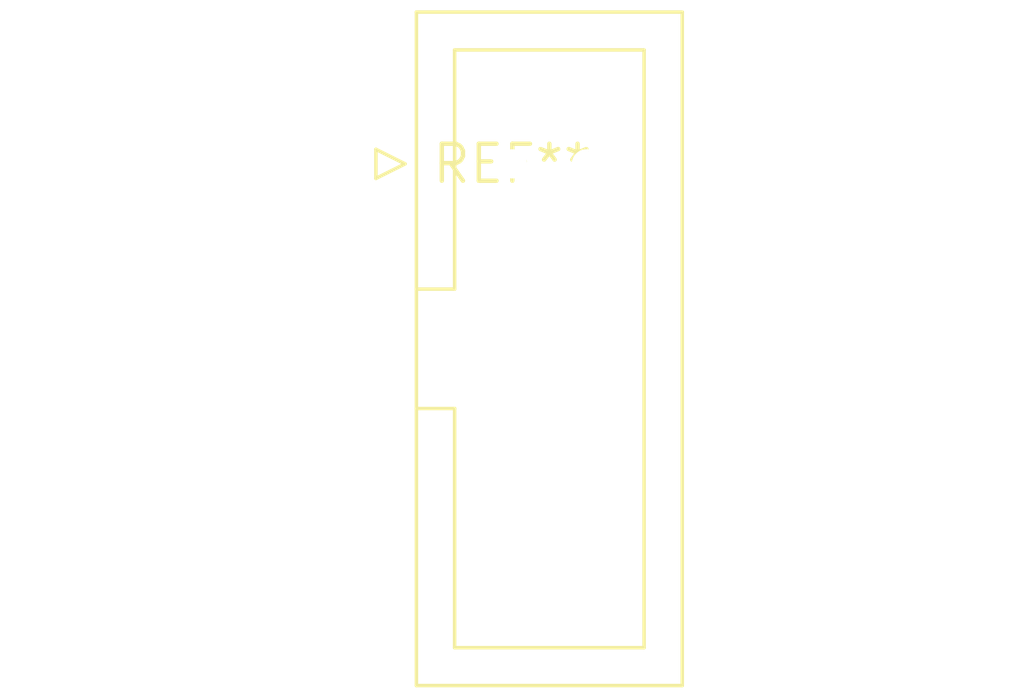
<source format=kicad_pcb>
(kicad_pcb (version 20240108) (generator pcbnew)
  (layers (0 "F.Cu" signal) (31 "B.Cu" signal) (34 "B.Paste" user) (35 "F.Paste" user) (36 "B.SilkS" user "B.Silkscreen") (37 "F.SilkS" user "F.Silkscreen") (38 "B.Mask" user) (39 "F.Mask" user) (44 "Edge.Cuts" user))
  (net 0 "")
  (footprint "IDC-Header_2x06_P2.54mm_Vertical" (layer "F.Cu") (at 0 0)
    (property "Reference" "REF**")
    (property "Value" "IDC-Header_2x06_P2.54mm_Vertical")
    (fp_line (start -4.68 -0.5) (end -4.68 0.5) (layer "F.SilkS") (stroke (width 0.12)))
    (fp_line (start -4.68 0.5) (end -3.68 0) (layer "F.SilkS") (stroke (width 0.12)))
    (fp_line (start -3.68 0) (end -4.68 -0.5) (layer "F.SilkS") (stroke (width 0.12)))
    (fp_line (start -3.29 -5.21) (end 5.83 -5.21) (layer "F.SilkS") (stroke (width 0.12)))
    (fp_line (start -3.29 4.3) (end -1.98 4.3) (layer "F.SilkS") (stroke (width 0.12)))
    (fp_line (start -3.29 17.91) (end -3.29 -5.21) (layer "F.SilkS") (stroke (width 0.12)))
    (fp_line (start -1.98 -3.91) (end 4.52 -3.91) (layer "F.SilkS") (stroke (width 0.12)))
    (fp_line (start -1.98 4.3) (end -1.98 -3.91) (layer "F.SilkS") (stroke (width 0.12)))
    (fp_line (start -1.98 8.4) (end -3.29 8.4) (layer "F.SilkS") (stroke (width 0.12)))
    (fp_line (start -1.98 8.4) (end -1.98 8.4) (layer "F.SilkS") (stroke (width 0.12)))
    (fp_line (start -1.98 16.61) (end -1.98 8.4) (layer "F.SilkS") (stroke (width 0.12)))
    (fp_line (start 4.52 -3.91) (end 4.52 16.61) (layer "F.SilkS") (stroke (width 0.12)))
    (fp_line (start 4.52 16.61) (end -1.98 16.61) (layer "F.SilkS") (stroke (width 0.12)))
    (fp_line (start 5.83 -5.21) (end 5.83 17.91) (layer "F.SilkS") (stroke (width 0.12)))
    (fp_line (start 5.83 17.91) (end -3.29 17.91) (layer "F.SilkS") (stroke (width 0.12)))
    (pad "1" thru_hole roundrect (at 0 0) (size 1.7 1.7) (drill 1) (layers *.Cu *.Mask) (remove_unused_layers) (roundrect_rratio 0.147059))
    (pad "2" thru_hole circle (at 2.54 0) (size 1.7 1.7) (drill 1) (layers *.Cu *.Mask) (remove_unused_layers))
    (pad "3" thru_hole circle (at 0 2.54) (size 1.7 1.7) (drill 1) (layers *.Cu *.Mask) (remove_unused_layers))
    (pad "4" thru_hole circle (at 2.54 2.54) (size 1.7 1.7) (drill 1) (layers *.Cu *.Mask) (remove_unused_layers))
    (pad "5" thru_hole circle (at 0 5.08) (size 1.7 1.7) (drill 1) (layers *.Cu *.Mask) (remove_unused_layers))
    (pad "6" thru_hole circle (at 2.54 5.08) (size 1.7 1.7) (drill 1) (layers *.Cu *.Mask) (remove_unused_layers))
    (pad "7" thru_hole circle (at 0 7.62) (size 1.7 1.7) (drill 1) (layers *.Cu *.Mask) (remove_unused_layers))
    (pad "8" thru_hole circle (at 2.54 7.62) (size 1.7 1.7) (drill 1) (layers *.Cu *.Mask) (remove_unused_layers))
    (pad "9" thru_hole circle (at 0 10.16) (size 1.7 1.7) (drill 1) (layers *.Cu *.Mask) (remove_unused_layers))
    (pad "10" thru_hole circle (at 2.54 10.16) (size 1.7 1.7) (drill 1) (layers *.Cu *.Mask) (remove_unused_layers))
    (pad "11" thru_hole circle (at 0 12.7) (size 1.7 1.7) (drill 1) (layers *.Cu *.Mask) (remove_unused_layers))
    (pad "12" thru_hole circle (at 2.54 12.7) (size 1.7 1.7) (drill 1) (layers *.Cu *.Mask) (remove_unused_layers))
  )
)
</source>
